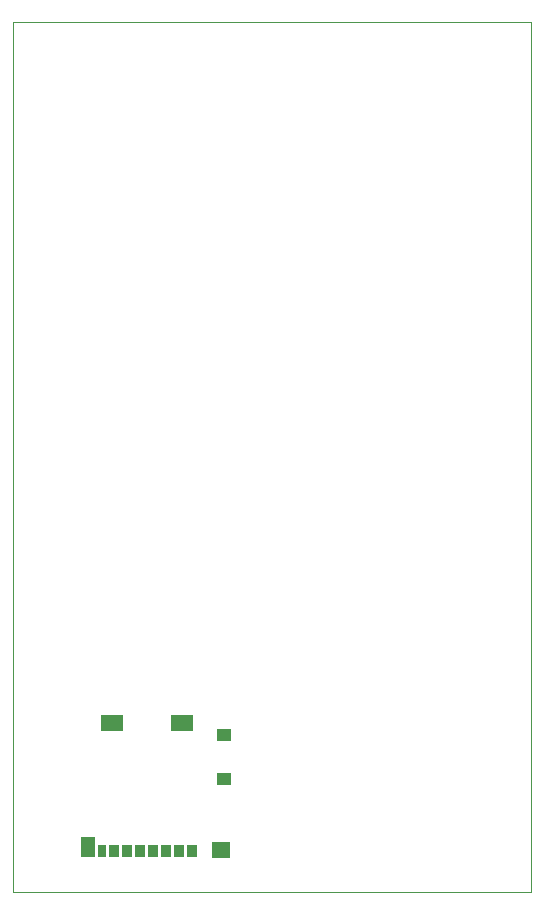
<source format=gbr>
%TF.GenerationSoftware,KiCad,Pcbnew,(5.1.6-0-10_14)*%
%TF.CreationDate,2021-03-30T09:57:07-05:00*%
%TF.ProjectId,bluepill_scsi,626c7565-7069-46c6-9c5f-736373692e6b,rev?*%
%TF.SameCoordinates,Original*%
%TF.FileFunction,Paste,Top*%
%TF.FilePolarity,Positive*%
%FSLAX46Y46*%
G04 Gerber Fmt 4.6, Leading zero omitted, Abs format (unit mm)*
G04 Created by KiCad (PCBNEW (5.1.6-0-10_14)) date 2021-03-30 09:57:07*
%MOMM*%
%LPD*%
G01*
G04 APERTURE LIST*
%TA.AperFunction,Profile*%
%ADD10C,0.050000*%
%TD*%
%ADD11R,1.900000X1.350000*%
%ADD12R,1.200000X1.000000*%
%ADD13R,1.550000X1.350000*%
%ADD14R,1.170000X1.800000*%
%ADD15R,0.850000X1.100000*%
%ADD16R,0.750000X1.100000*%
G04 APERTURE END LIST*
D10*
X71755000Y-149225000D02*
X71120000Y-149225000D01*
X71120000Y-147955000D02*
X71120000Y-149225000D01*
X114935000Y-149225000D02*
X71755000Y-149225000D01*
X114935000Y-147955000D02*
X114935000Y-149225000D01*
X114935000Y-75565000D02*
X71120000Y-75565000D01*
X114935000Y-147955000D02*
X114935000Y-75565000D01*
X71120000Y-147955000D02*
X71120000Y-75565000D01*
D11*
%TO.C,J1*%
X79455000Y-134960000D03*
X85425000Y-134960000D03*
D12*
X88925000Y-139635000D03*
X88925000Y-135935000D03*
D13*
X88750000Y-145660000D03*
D14*
X77430000Y-145435000D03*
D15*
X79690000Y-145785000D03*
X80790000Y-145785000D03*
X81890000Y-145785000D03*
X82990000Y-145785000D03*
X84090000Y-145785000D03*
X85190000Y-145785000D03*
D16*
X78640000Y-145785000D03*
D15*
X86290000Y-145785000D03*
%TD*%
M02*

</source>
